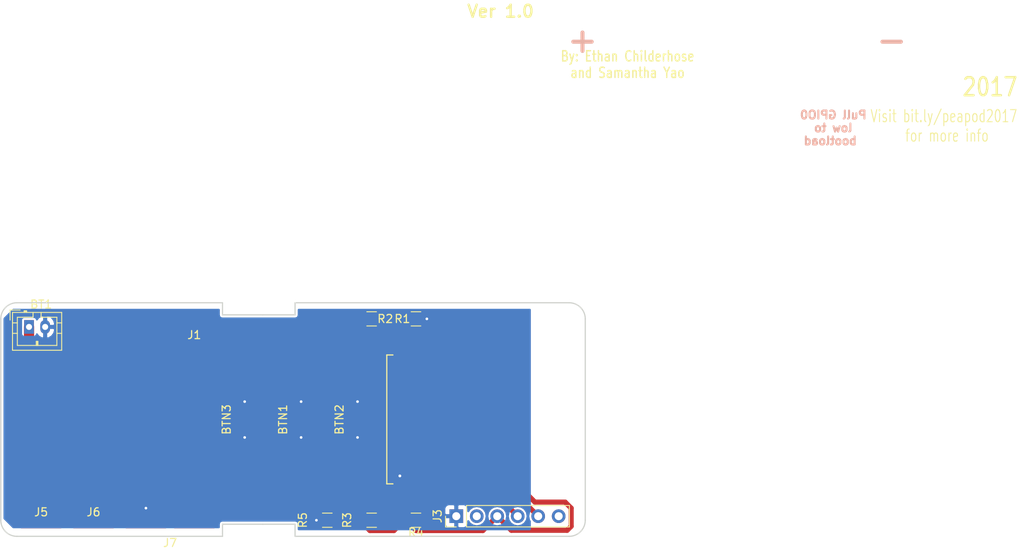
<source format=kicad_pcb>
(kicad_pcb (version 4) (host pcbnew 4.0.5+dfsg1-4)

  (general
    (links 34)
    (no_connects 1)
    (area 96.424999 71.924999 169.075001 101.075001)
    (thickness 1.6002)
    (drawings 27)
    (tracks 98)
    (zones 0)
    (modules 16)
    (nets 16)
  )

  (page A4)
  (layers
    (0 F.Cu signal)
    (31 B.Cu signal)
    (32 B.Adhes user)
    (33 F.Adhes user)
    (34 B.Paste user)
    (35 F.Paste user)
    (36 B.SilkS user hide)
    (37 F.SilkS user)
    (38 B.Mask user)
    (39 F.Mask user)
    (40 Dwgs.User user)
    (41 Cmts.User user)
    (42 Eco1.User user)
    (43 Eco2.User user)
    (44 Edge.Cuts user)
    (45 Margin user)
    (46 B.CrtYd user)
    (47 F.CrtYd user)
    (48 B.Fab user)
    (49 F.Fab user)
  )

  (setup
    (last_trace_width 0.635)
    (user_trace_width 0.381)
    (user_trace_width 0.4)
    (user_trace_width 0.635)
    (user_trace_width 1.27)
    (trace_clearance 0.1524)
    (zone_clearance 0.254)
    (zone_45_only yes)
    (trace_min 0.1524)
    (segment_width 0.2)
    (edge_width 0.15)
    (via_size 0.6858)
    (via_drill 0.3302)
    (via_min_size 0.6858)
    (via_min_drill 0.3302)
    (user_via 0.6858 0.381)
    (user_via 1.143 0.635)
    (user_via 2.286 1.27)
    (uvia_size 0.762)
    (uvia_drill 0.508)
    (uvias_allowed no)
    (uvia_min_size 0)
    (uvia_min_drill 0)
    (pcb_text_width 0.3)
    (pcb_text_size 1.5 1.5)
    (mod_edge_width 0.15)
    (mod_text_size 1 1)
    (mod_text_width 0.15)
    (pad_size 2.54 2.54)
    (pad_drill 1.8288)
    (pad_to_mask_clearance 0.2)
    (aux_axis_origin 0 0)
    (visible_elements 7FFEFFFF)
    (pcbplotparams
      (layerselection 0x010f8_80000001)
      (usegerberextensions true)
      (excludeedgelayer true)
      (linewidth 0.100000)
      (plotframeref false)
      (viasonmask false)
      (mode 1)
      (useauxorigin false)
      (hpglpennumber 1)
      (hpglpenspeed 20)
      (hpglpendiameter 15)
      (hpglpenoverlay 2)
      (psnegative false)
      (psa4output false)
      (plotreference true)
      (plotvalue true)
      (plotinvisibletext false)
      (padsonsilk false)
      (subtractmaskfromsilk false)
      (outputformat 1)
      (mirror false)
      (drillshape 0)
      (scaleselection 1)
      (outputdirectory gerbers/))
  )

  (net 0 "")
  (net 1 +3V3)
  (net 2 GND)
  (net 3 "Net-(BTN1-Pad2)")
  (net 4 "Net-(BTN2-Pad2)")
  (net 5 "Net-(BTN3-Pad2)")
  (net 6 "Net-(J1-Pad1)")
  (net 7 "Net-(J2-Pad1)")
  (net 8 "Net-(J3-Pad4)")
  (net 9 "Net-(J3-Pad5)")
  (net 10 "Net-(J5-Pad1)")
  (net 11 "Net-(J6-Pad1)")
  (net 12 "Net-(J7-Pad1)")
  (net 13 "Net-(R1-Pad1)")
  (net 14 "Net-(R3-Pad2)")
  (net 15 "Net-(R5-Pad1)")

  (net_class Default "This is the default net class."
    (clearance 0.1524)
    (trace_width 0.1524)
    (via_dia 0.6858)
    (via_drill 0.3302)
    (uvia_dia 0.762)
    (uvia_drill 0.508)
    (add_net +3V3)
    (add_net GND)
    (add_net "Net-(BTN1-Pad2)")
    (add_net "Net-(BTN2-Pad2)")
    (add_net "Net-(BTN3-Pad2)")
    (add_net "Net-(J1-Pad1)")
    (add_net "Net-(J2-Pad1)")
    (add_net "Net-(J3-Pad4)")
    (add_net "Net-(J3-Pad5)")
    (add_net "Net-(J5-Pad1)")
    (add_net "Net-(J6-Pad1)")
    (add_net "Net-(J7-Pad1)")
    (add_net "Net-(R1-Pad1)")
    (add_net "Net-(R3-Pad2)")
    (add_net "Net-(R5-Pad1)")
  )

  (module 18650_outline (layer F.Cu) (tedit 59B9DA55) (tstamp 59C23BE0)
    (at 128 86.5 90)
    (fp_text reference REF** (at 0 -16 90) (layer F.SilkS) hide
      (effects (font (size 1 1) (thickness 0.15)))
    )
    (fp_text value 18650_outline (at 0 4 90) (layer F.Fab)
      (effects (font (size 1 1) (thickness 0.15)))
    )
    (fp_line (start -9 34.4) (end 9.15 34.4) (layer F.CrtYd) (width 0.15))
    (fp_line (start 9.15 34.4) (end 9.15 -30.7) (layer F.CrtYd) (width 0.15))
    (fp_line (start 9.15 -30.7) (end -9 -30.7) (layer F.CrtYd) (width 0.15))
    (fp_line (start -9 -30.7) (end -9 34.4) (layer F.CrtYd) (width 0.15))
    (fp_line (start -9 34.4) (end -9.05 34.4) (layer F.CrtYd) (width 0.15))
  )

  (module mod:ESP-12E_SMD (layer F.Cu) (tedit 59A970BF) (tstamp 5994A1E3)
    (at 160 79.5 270)
    (descr "Module, ESP-8266, ESP-12, 16 pad, SMD")
    (tags "Module ESP-8266 ESP8266")
    (path /59932095)
    (fp_text reference U1 (at 8.89 6.35 360) (layer F.SilkS) hide
      (effects (font (size 1 1) (thickness 0.15)))
    )
    (fp_text value ESP8266 (at 5.08 6.35 360) (layer F.Fab) hide
      (effects (font (size 1 1) (thickness 0.15)))
    )
    (fp_line (start -2.25 -0.5) (end -2.25 -8.75) (layer F.CrtYd) (width 0.05))
    (fp_line (start -2.25 -8.75) (end 15.25 -8.75) (layer F.CrtYd) (width 0.05))
    (fp_line (start 15.25 -8.75) (end 16.25 -8.75) (layer F.CrtYd) (width 0.05))
    (fp_line (start 16.25 -8.75) (end 16.25 16) (layer F.CrtYd) (width 0.05))
    (fp_line (start 16.25 16) (end -2.25 16) (layer F.CrtYd) (width 0.05))
    (fp_line (start -2.25 16) (end -2.25 -0.5) (layer F.CrtYd) (width 0.05))
    (fp_line (start -1.016 -8.382) (end 14.986 -8.382) (layer F.CrtYd) (width 0.1524))
    (fp_line (start 14.986 -8.382) (end 14.986 -0.889) (layer F.CrtYd) (width 0.1524))
    (fp_line (start -1.016 -8.382) (end -1.016 -1.016) (layer F.CrtYd) (width 0.1524))
    (fp_line (start -1.016 14.859) (end -1.016 15.621) (layer F.SilkS) (width 0.1524))
    (fp_line (start -1.016 15.621) (end 14.986 15.621) (layer F.SilkS) (width 0.1524))
    (fp_line (start 14.986 15.621) (end 14.986 14.859) (layer F.SilkS) (width 0.1524))
    (fp_line (start 14.992 -8.4) (end -1.008 -2.6) (layer F.CrtYd) (width 0.1524))
    (fp_line (start -1.008 -8.4) (end 14.992 -2.6) (layer F.CrtYd) (width 0.1524))
    (fp_text user "No Copper" (at 6.892 -5.4 270) (layer F.CrtYd)
      (effects (font (size 1 1) (thickness 0.15)))
    )
    (fp_line (start -1.008 -2.6) (end 14.992 -2.6) (layer F.CrtYd) (width 0.1524))
    (fp_line (start 15 -8.4) (end 15 15.6) (layer F.Fab) (width 0.05))
    (fp_line (start 14.992 15.6) (end -1.008 15.6) (layer F.Fab) (width 0.05))
    (fp_line (start -1.008 15.6) (end -1.008 -8.4) (layer F.Fab) (width 0.05))
    (fp_line (start -1.008 -8.4) (end 14.992 -8.4) (layer F.Fab) (width 0.05))
    (pad 1 smd rect (at 0 0 270) (size 2.5 1.1) (drill (offset -0.7 0)) (layers F.Cu F.Paste F.Mask)
      (net 7 "Net-(J2-Pad1)"))
    (pad 2 smd rect (at 0 2 270) (size 2.5 1.1) (drill (offset -0.7 0)) (layers F.Cu F.Paste F.Mask)
      (net 13 "Net-(R1-Pad1)"))
    (pad 3 smd rect (at 0 4 270) (size 2.5 1.1) (drill (offset -0.7 0)) (layers F.Cu F.Paste F.Mask)
      (net 1 +3V3))
    (pad 4 smd rect (at 0 6 270) (size 2.5 1.1) (drill (offset -0.7 0)) (layers F.Cu F.Paste F.Mask)
      (net 7 "Net-(J2-Pad1)"))
    (pad 5 smd rect (at 0 8 270) (size 2.5 1.1) (drill (offset -0.7 0)) (layers F.Cu F.Paste F.Mask)
      (net 4 "Net-(BTN2-Pad2)"))
    (pad 6 smd rect (at 0 10 270) (size 2.5 1.1) (drill (offset -0.7 0)) (layers F.Cu F.Paste F.Mask)
      (net 3 "Net-(BTN1-Pad2)"))
    (pad 7 smd rect (at 0 12 270) (size 2.5 1.1) (drill (offset -0.7 0)) (layers F.Cu F.Paste F.Mask)
      (net 5 "Net-(BTN3-Pad2)"))
    (pad 8 smd rect (at 0 14 270) (size 2.5 1.1) (drill (offset -0.7 0)) (layers F.Cu F.Paste F.Mask)
      (net 1 +3V3))
    (pad 9 smd rect (at 14 14 270) (size 2.5 1.1) (drill (offset 0.7 0)) (layers F.Cu F.Paste F.Mask)
      (net 2 GND))
    (pad 10 smd rect (at 14 12 270) (size 2.5 1.1) (drill (offset 0.7 0)) (layers F.Cu F.Paste F.Mask)
      (net 15 "Net-(R5-Pad1)"))
    (pad 11 smd rect (at 14 10 270) (size 2.5 1.1) (drill (offset 0.7 0)) (layers F.Cu F.Paste F.Mask)
      (net 14 "Net-(R3-Pad2)"))
    (pad 12 smd rect (at 14 8 270) (size 2.5 1.1) (drill (offset 0.7 0)) (layers F.Cu F.Paste F.Mask)
      (net 12 "Net-(J7-Pad1)"))
    (pad 13 smd rect (at 14 6 270) (size 2.5 1.1) (drill (offset 0.7 0)) (layers F.Cu F.Paste F.Mask)
      (net 11 "Net-(J6-Pad1)"))
    (pad 14 smd rect (at 14 4 270) (size 2.5 1.1) (drill (offset 0.7 0)) (layers F.Cu F.Paste F.Mask)
      (net 10 "Net-(J5-Pad1)"))
    (pad 15 smd rect (at 14 2 270) (size 2.5 1.1) (drill (offset 0.7 0)) (layers F.Cu F.Paste F.Mask)
      (net 8 "Net-(J3-Pad4)"))
    (pad 16 smd rect (at 14 0 270) (size 2.5 1.1) (drill (offset 0.7 0)) (layers F.Cu F.Paste F.Mask)
      (net 9 "Net-(J3-Pad5)"))
    (model ${ESPLIB}/ESP8266.3dshapes/ESP-12.wrl
      (at (xyz 0 0 0))
      (scale (xyz 0.3937 0.3937 0.3937))
      (rotate (xyz 0 0 0))
    )
  )

  (module Resistors_SMD:R_0805_HandSoldering (layer F.Cu) (tedit 59A96FDD) (tstamp 5994A171)
    (at 142.5 74 180)
    (descr "Resistor SMD 0805, hand soldering")
    (tags "resistor 0805")
    (path /59934609)
    (attr smd)
    (fp_text reference R1 (at -3.81 0 180) (layer F.SilkS)
      (effects (font (size 1 1) (thickness 0.15)))
    )
    (fp_text value 25k (at 0 -1.778 180) (layer F.Fab)
      (effects (font (size 1 1) (thickness 0.15)))
    )
    (fp_text user %R (at -3.81 0 180) (layer F.Fab)
      (effects (font (size 1 1) (thickness 0.15)))
    )
    (fp_line (start -1 0.62) (end -1 -0.62) (layer F.Fab) (width 0.1))
    (fp_line (start 1 0.62) (end -1 0.62) (layer F.Fab) (width 0.1))
    (fp_line (start 1 -0.62) (end 1 0.62) (layer F.Fab) (width 0.1))
    (fp_line (start -1 -0.62) (end 1 -0.62) (layer F.Fab) (width 0.1))
    (fp_line (start 0.6 0.88) (end -0.6 0.88) (layer F.SilkS) (width 0.12))
    (fp_line (start -0.6 -0.88) (end 0.6 -0.88) (layer F.SilkS) (width 0.12))
    (fp_line (start -2.35 -0.9) (end 2.35 -0.9) (layer F.CrtYd) (width 0.05))
    (fp_line (start -2.35 -0.9) (end -2.35 0.9) (layer F.CrtYd) (width 0.05))
    (fp_line (start 2.35 0.9) (end 2.35 -0.9) (layer F.CrtYd) (width 0.05))
    (fp_line (start 2.35 0.9) (end -2.35 0.9) (layer F.CrtYd) (width 0.05))
    (pad 1 smd rect (at -1.35 0 180) (size 1.5 1.3) (layers F.Cu F.Paste F.Mask)
      (net 13 "Net-(R1-Pad1)"))
    (pad 2 smd rect (at 1.35 0 180) (size 1.5 1.3) (layers F.Cu F.Paste F.Mask)
      (net 6 "Net-(J1-Pad1)"))
    (model Resistors_SMD.3dshapes/R_0805.wrl
      (at (xyz 0 0 0))
      (scale (xyz 1 1 1))
      (rotate (xyz 0 0 0))
    )
  )

  (module Resistors_SMD:R_0805_HandSoldering (layer F.Cu) (tedit 59A96FD3) (tstamp 5994A182)
    (at 148 74)
    (descr "Resistor SMD 0805, hand soldering")
    (tags "resistor 0805")
    (path /59934849)
    (attr smd)
    (fp_text reference R2 (at -3.81 0) (layer F.SilkS)
      (effects (font (size 1 1) (thickness 0.15)))
    )
    (fp_text value 10k (at 0 -1.778) (layer F.Fab)
      (effects (font (size 1 1) (thickness 0.15)))
    )
    (fp_text user %R (at -3.81 0) (layer F.Fab)
      (effects (font (size 1 1) (thickness 0.15)))
    )
    (fp_line (start -1 0.62) (end -1 -0.62) (layer F.Fab) (width 0.1))
    (fp_line (start 1 0.62) (end -1 0.62) (layer F.Fab) (width 0.1))
    (fp_line (start 1 -0.62) (end 1 0.62) (layer F.Fab) (width 0.1))
    (fp_line (start -1 -0.62) (end 1 -0.62) (layer F.Fab) (width 0.1))
    (fp_line (start 0.6 0.88) (end -0.6 0.88) (layer F.SilkS) (width 0.12))
    (fp_line (start -0.6 -0.88) (end 0.6 -0.88) (layer F.SilkS) (width 0.12))
    (fp_line (start -2.35 -0.9) (end 2.35 -0.9) (layer F.CrtYd) (width 0.05))
    (fp_line (start -2.35 -0.9) (end -2.35 0.9) (layer F.CrtYd) (width 0.05))
    (fp_line (start 2.35 0.9) (end 2.35 -0.9) (layer F.CrtYd) (width 0.05))
    (fp_line (start 2.35 0.9) (end -2.35 0.9) (layer F.CrtYd) (width 0.05))
    (pad 1 smd rect (at -1.35 0) (size 1.5 1.3) (layers F.Cu F.Paste F.Mask)
      (net 13 "Net-(R1-Pad1)"))
    (pad 2 smd rect (at 1.35 0) (size 1.5 1.3) (layers F.Cu F.Paste F.Mask)
      (net 2 GND))
    (model Resistors_SMD.3dshapes/R_0805.wrl
      (at (xyz 0 0 0))
      (scale (xyz 1 1 1))
      (rotate (xyz 0 0 0))
    )
  )

  (module Resistors_SMD:R_0805_HandSoldering (layer F.Cu) (tedit 5997316E) (tstamp 5994A193)
    (at 142.5 99)
    (descr "Resistor SMD 0805, hand soldering")
    (tags "resistor 0805")
    (path /59946DA6)
    (attr smd)
    (fp_text reference R3 (at -3.048 0 90) (layer F.SilkS)
      (effects (font (size 1 1) (thickness 0.15)))
    )
    (fp_text value 10k (at 0 1.75) (layer F.Fab)
      (effects (font (size 1 1) (thickness 0.15)))
    )
    (fp_text user %R (at -2.286 -4.064) (layer F.Fab)
      (effects (font (size 1 1) (thickness 0.15)))
    )
    (fp_line (start -1 0.62) (end -1 -0.62) (layer F.Fab) (width 0.1))
    (fp_line (start 1 0.62) (end -1 0.62) (layer F.Fab) (width 0.1))
    (fp_line (start 1 -0.62) (end 1 0.62) (layer F.Fab) (width 0.1))
    (fp_line (start -1 -0.62) (end 1 -0.62) (layer F.Fab) (width 0.1))
    (fp_line (start 0.6 0.88) (end -0.6 0.88) (layer F.SilkS) (width 0.12))
    (fp_line (start -0.6 -0.88) (end 0.6 -0.88) (layer F.SilkS) (width 0.12))
    (fp_line (start -2.35 -0.9) (end 2.35 -0.9) (layer F.CrtYd) (width 0.05))
    (fp_line (start -2.35 -0.9) (end -2.35 0.9) (layer F.CrtYd) (width 0.05))
    (fp_line (start 2.35 0.9) (end 2.35 -0.9) (layer F.CrtYd) (width 0.05))
    (fp_line (start 2.35 0.9) (end -2.35 0.9) (layer F.CrtYd) (width 0.05))
    (pad 1 smd rect (at -1.35 0) (size 1.5 1.3) (layers F.Cu F.Paste F.Mask)
      (net 1 +3V3))
    (pad 2 smd rect (at 1.35 0) (size 1.5 1.3) (layers F.Cu F.Paste F.Mask)
      (net 14 "Net-(R3-Pad2)"))
    (model Resistors_SMD.3dshapes/R_0805.wrl
      (at (xyz 0 0 0))
      (scale (xyz 1 1 1))
      (rotate (xyz 0 0 0))
    )
  )

  (module Resistors_SMD:R_0805_HandSoldering (layer F.Cu) (tedit 59973163) (tstamp 5994A1A4)
    (at 148 99 180)
    (descr "Resistor SMD 0805, hand soldering")
    (tags "resistor 0805")
    (path /59935339)
    (attr smd)
    (fp_text reference R4 (at 0 -1.524 180) (layer F.SilkS)
      (effects (font (size 1 1) (thickness 0.15)))
    )
    (fp_text value 10k (at 0 1.75 180) (layer F.Fab)
      (effects (font (size 1 1) (thickness 0.15)))
    )
    (fp_text user %R (at 0 -1.7 180) (layer F.Fab)
      (effects (font (size 1 1) (thickness 0.15)))
    )
    (fp_line (start -1 0.62) (end -1 -0.62) (layer F.Fab) (width 0.1))
    (fp_line (start 1 0.62) (end -1 0.62) (layer F.Fab) (width 0.1))
    (fp_line (start 1 -0.62) (end 1 0.62) (layer F.Fab) (width 0.1))
    (fp_line (start -1 -0.62) (end 1 -0.62) (layer F.Fab) (width 0.1))
    (fp_line (start 0.6 0.88) (end -0.6 0.88) (layer F.SilkS) (width 0.12))
    (fp_line (start -0.6 -0.88) (end 0.6 -0.88) (layer F.SilkS) (width 0.12))
    (fp_line (start -2.35 -0.9) (end 2.35 -0.9) (layer F.CrtYd) (width 0.05))
    (fp_line (start -2.35 -0.9) (end -2.35 0.9) (layer F.CrtYd) (width 0.05))
    (fp_line (start 2.35 0.9) (end 2.35 -0.9) (layer F.CrtYd) (width 0.05))
    (fp_line (start 2.35 0.9) (end -2.35 0.9) (layer F.CrtYd) (width 0.05))
    (pad 1 smd rect (at -1.35 0 180) (size 1.5 1.3) (layers F.Cu F.Paste F.Mask)
      (net 12 "Net-(J7-Pad1)"))
    (pad 2 smd rect (at 1.35 0 180) (size 1.5 1.3) (layers F.Cu F.Paste F.Mask)
      (net 1 +3V3))
    (model Resistors_SMD.3dshapes/R_0805.wrl
      (at (xyz 0 0 0))
      (scale (xyz 1 1 1))
      (rotate (xyz 0 0 0))
    )
  )

  (module Resistors_SMD:R_0805_HandSoldering (layer F.Cu) (tedit 59973168) (tstamp 5994A1B5)
    (at 137 99 180)
    (descr "Resistor SMD 0805, hand soldering")
    (tags "resistor 0805")
    (path /59946FC4)
    (attr smd)
    (fp_text reference R5 (at 3.048 0 270) (layer F.SilkS)
      (effects (font (size 1 1) (thickness 0.15)))
    )
    (fp_text value 10k (at 0 1.75 180) (layer F.Fab)
      (effects (font (size 1 1) (thickness 0.15)))
    )
    (fp_text user %R (at 2.286 -1.524 180) (layer F.Fab)
      (effects (font (size 1 1) (thickness 0.15)))
    )
    (fp_line (start -1 0.62) (end -1 -0.62) (layer F.Fab) (width 0.1))
    (fp_line (start 1 0.62) (end -1 0.62) (layer F.Fab) (width 0.1))
    (fp_line (start 1 -0.62) (end 1 0.62) (layer F.Fab) (width 0.1))
    (fp_line (start -1 -0.62) (end 1 -0.62) (layer F.Fab) (width 0.1))
    (fp_line (start 0.6 0.88) (end -0.6 0.88) (layer F.SilkS) (width 0.12))
    (fp_line (start -0.6 -0.88) (end 0.6 -0.88) (layer F.SilkS) (width 0.12))
    (fp_line (start -2.35 -0.9) (end 2.35 -0.9) (layer F.CrtYd) (width 0.05))
    (fp_line (start -2.35 -0.9) (end -2.35 0.9) (layer F.CrtYd) (width 0.05))
    (fp_line (start 2.35 0.9) (end 2.35 -0.9) (layer F.CrtYd) (width 0.05))
    (fp_line (start 2.35 0.9) (end -2.35 0.9) (layer F.CrtYd) (width 0.05))
    (pad 1 smd rect (at -1.35 0 180) (size 1.5 1.3) (layers F.Cu F.Paste F.Mask)
      (net 15 "Net-(R5-Pad1)"))
    (pad 2 smd rect (at 1.35 0 180) (size 1.5 1.3) (layers F.Cu F.Paste F.Mask)
      (net 2 GND))
    (model Resistors_SMD.3dshapes/R_0805.wrl
      (at (xyz 0 0 0))
      (scale (xyz 1 1 1))
      (rotate (xyz 0 0 0))
    )
  )

  (module Connectors_JST:JST_PH_B2B-PH-K_02x2.00mm_Straight (layer F.Cu) (tedit 58D3FE4F) (tstamp 59C23B2A)
    (at 100 75)
    (descr "JST PH series connector, B2B-PH-K, top entry type, through hole, Datasheet: http://www.jst-mfg.com/product/pdf/eng/ePH.pdf")
    (tags "connector jst ph")
    (path /599321E0)
    (fp_text reference BT1 (at 1.5 -2.8) (layer F.SilkS)
      (effects (font (size 1 1) (thickness 0.15)))
    )
    (fp_text value Battery_Cell (at 1 3.8) (layer F.Fab)
      (effects (font (size 1 1) (thickness 0.15)))
    )
    (fp_line (start -2.05 -1.8) (end -2.05 2.9) (layer F.SilkS) (width 0.12))
    (fp_line (start -2.05 2.9) (end 4.05 2.9) (layer F.SilkS) (width 0.12))
    (fp_line (start 4.05 2.9) (end 4.05 -1.8) (layer F.SilkS) (width 0.12))
    (fp_line (start 4.05 -1.8) (end -2.05 -1.8) (layer F.SilkS) (width 0.12))
    (fp_line (start 0.5 -1.8) (end 0.5 -1.2) (layer F.SilkS) (width 0.12))
    (fp_line (start 0.5 -1.2) (end -1.45 -1.2) (layer F.SilkS) (width 0.12))
    (fp_line (start -1.45 -1.2) (end -1.45 2.3) (layer F.SilkS) (width 0.12))
    (fp_line (start -1.45 2.3) (end 3.45 2.3) (layer F.SilkS) (width 0.12))
    (fp_line (start 3.45 2.3) (end 3.45 -1.2) (layer F.SilkS) (width 0.12))
    (fp_line (start 3.45 -1.2) (end 1.5 -1.2) (layer F.SilkS) (width 0.12))
    (fp_line (start 1.5 -1.2) (end 1.5 -1.8) (layer F.SilkS) (width 0.12))
    (fp_line (start -2.05 -0.5) (end -1.45 -0.5) (layer F.SilkS) (width 0.12))
    (fp_line (start -2.05 0.8) (end -1.45 0.8) (layer F.SilkS) (width 0.12))
    (fp_line (start 4.05 -0.5) (end 3.45 -0.5) (layer F.SilkS) (width 0.12))
    (fp_line (start 4.05 0.8) (end 3.45 0.8) (layer F.SilkS) (width 0.12))
    (fp_line (start -0.3 -1.8) (end -0.3 -2) (layer F.SilkS) (width 0.12))
    (fp_line (start -0.3 -2) (end -0.6 -2) (layer F.SilkS) (width 0.12))
    (fp_line (start -0.6 -2) (end -0.6 -1.8) (layer F.SilkS) (width 0.12))
    (fp_line (start -0.3 -1.9) (end -0.6 -1.9) (layer F.SilkS) (width 0.12))
    (fp_line (start 0.9 2.3) (end 0.9 1.8) (layer F.SilkS) (width 0.12))
    (fp_line (start 0.9 1.8) (end 1.1 1.8) (layer F.SilkS) (width 0.12))
    (fp_line (start 1.1 1.8) (end 1.1 2.3) (layer F.SilkS) (width 0.12))
    (fp_line (start 1 2.3) (end 1 1.8) (layer F.SilkS) (width 0.12))
    (fp_line (start -1.1 -2.1) (end -2.35 -2.1) (layer F.SilkS) (width 0.12))
    (fp_line (start -2.35 -2.1) (end -2.35 -0.85) (layer F.SilkS) (width 0.12))
    (fp_line (start -1.1 -2.1) (end -2.35 -2.1) (layer F.Fab) (width 0.1))
    (fp_line (start -2.35 -2.1) (end -2.35 -0.85) (layer F.Fab) (width 0.1))
    (fp_line (start -1.95 -1.7) (end -1.95 2.8) (layer F.Fab) (width 0.1))
    (fp_line (start -1.95 2.8) (end 3.95 2.8) (layer F.Fab) (width 0.1))
    (fp_line (start 3.95 2.8) (end 3.95 -1.7) (layer F.Fab) (width 0.1))
    (fp_line (start 3.95 -1.7) (end -1.95 -1.7) (layer F.Fab) (width 0.1))
    (fp_line (start -2.45 -2.2) (end -2.45 3.3) (layer F.CrtYd) (width 0.05))
    (fp_line (start -2.45 3.3) (end 4.45 3.3) (layer F.CrtYd) (width 0.05))
    (fp_line (start 4.45 3.3) (end 4.45 -2.2) (layer F.CrtYd) (width 0.05))
    (fp_line (start 4.45 -2.2) (end -2.45 -2.2) (layer F.CrtYd) (width 0.05))
    (fp_text user %R (at 1 1.5) (layer F.Fab)
      (effects (font (size 1 1) (thickness 0.15)))
    )
    (pad 1 thru_hole rect (at 0 0) (size 1.2 1.7) (drill 0.75) (layers *.Cu *.Mask)
      (net 1 +3V3))
    (pad 2 thru_hole oval (at 2 0) (size 1.2 1.7) (drill 0.75) (layers *.Cu *.Mask)
      (net 2 GND))
    (model ${KISYS3DMOD}/Connectors_JST.3dshapes/JST_PH_B2B-PH-K_02x2.00mm_Straight.wrl
      (at (xyz 0 0 0))
      (scale (xyz 1 1 1))
      (rotate (xyz 0 0 0))
    )
  )

  (module mod:Pushbutton (layer F.Cu) (tedit 59947F40) (tstamp 59C23B36)
    (at 132 86.5 270)
    (path /5994A192)
    (fp_text reference BTN1 (at 0 0.5 270) (layer F.SilkS)
      (effects (font (size 1 1) (thickness 0.15)))
    )
    (fp_text value Pushbutton (at 0 -0.5 270) (layer F.Fab)
      (effects (font (size 1 1) (thickness 0.15)))
    )
    (pad 1 smd rect (at -2.225 -1.75 270) (size 1.5 1.5) (layers F.Cu F.Paste F.Mask)
      (net 2 GND))
    (pad 1 smd rect (at 2.225 -1.75 270) (size 1.5 1.5) (layers F.Cu F.Paste F.Mask)
      (net 2 GND))
    (pad 2 smd rect (at -2.225 1.75 270) (size 1.5 1.5) (layers F.Cu F.Paste F.Mask)
      (net 3 "Net-(BTN1-Pad2)"))
    (pad 2 smd rect (at 2.225 1.75 270) (size 1.5 1.5) (layers F.Cu F.Paste F.Mask)
      (net 3 "Net-(BTN1-Pad2)"))
  )

  (module mod:Pushbutton (layer F.Cu) (tedit 59947F40) (tstamp 59C23B3E)
    (at 139 86.5 270)
    (path /5994A123)
    (fp_text reference BTN2 (at 0 0.5 270) (layer F.SilkS)
      (effects (font (size 1 1) (thickness 0.15)))
    )
    (fp_text value Pushbutton (at 0 -0.5 270) (layer F.Fab)
      (effects (font (size 1 1) (thickness 0.15)))
    )
    (pad 1 smd rect (at -2.225 -1.75 270) (size 1.5 1.5) (layers F.Cu F.Paste F.Mask)
      (net 2 GND))
    (pad 1 smd rect (at 2.225 -1.75 270) (size 1.5 1.5) (layers F.Cu F.Paste F.Mask)
      (net 2 GND))
    (pad 2 smd rect (at -2.225 1.75 270) (size 1.5 1.5) (layers F.Cu F.Paste F.Mask)
      (net 4 "Net-(BTN2-Pad2)"))
    (pad 2 smd rect (at 2.225 1.75 270) (size 1.5 1.5) (layers F.Cu F.Paste F.Mask)
      (net 4 "Net-(BTN2-Pad2)"))
  )

  (module mod:Pushbutton (layer F.Cu) (tedit 59947F40) (tstamp 59C23B46)
    (at 125 86.5 270)
    (path /5994A1EB)
    (fp_text reference BTN3 (at 0 0.5 270) (layer F.SilkS)
      (effects (font (size 1 1) (thickness 0.15)))
    )
    (fp_text value Pushbutton (at 0 -0.5 270) (layer F.Fab)
      (effects (font (size 1 1) (thickness 0.15)))
    )
    (pad 1 smd rect (at -2.225 -1.75 270) (size 1.5 1.5) (layers F.Cu F.Paste F.Mask)
      (net 2 GND))
    (pad 1 smd rect (at 2.225 -1.75 270) (size 1.5 1.5) (layers F.Cu F.Paste F.Mask)
      (net 2 GND))
    (pad 2 smd rect (at -2.225 1.75 270) (size 1.5 1.5) (layers F.Cu F.Paste F.Mask)
      (net 5 "Net-(BTN3-Pad2)"))
    (pad 2 smd rect (at 2.225 1.75 270) (size 1.5 1.5) (layers F.Cu F.Paste F.Mask)
      (net 5 "Net-(BTN3-Pad2)"))
  )

  (module "mod:Alligator Pad" (layer F.Cu) (tedit 59934229) (tstamp 59C23B4B)
    (at 120.5 75.5)
    (path /59933CDE)
    (fp_text reference J1 (at 0 0.5) (layer F.SilkS)
      (effects (font (size 1 1) (thickness 0.15)))
    )
    (fp_text value CONN_01X01 (at 0 -0.5) (layer F.Fab)
      (effects (font (size 1 1) (thickness 0.15)))
    )
    (pad 1 smd rect (at 0 0) (size 5 5) (layers F.Cu F.Paste F.Mask)
      (net 6 "Net-(J1-Pad1)"))
  )

  (module Pin_Headers:Pin_Header_Straight_1x06_Pitch2.54mm (layer F.Cu) (tedit 59650532) (tstamp 59C23B5B)
    (at 153 98.5 90)
    (descr "Through hole straight pin header, 1x06, 2.54mm pitch, single row")
    (tags "Through hole pin header THT 1x06 2.54mm single row")
    (path /59947FD8)
    (fp_text reference J3 (at 0 -2.33 90) (layer F.SilkS)
      (effects (font (size 1 1) (thickness 0.15)))
    )
    (fp_text value CONN_01X06 (at 0 15.03 90) (layer F.Fab)
      (effects (font (size 1 1) (thickness 0.15)))
    )
    (fp_line (start -0.635 -1.27) (end 1.27 -1.27) (layer F.Fab) (width 0.1))
    (fp_line (start 1.27 -1.27) (end 1.27 13.97) (layer F.Fab) (width 0.1))
    (fp_line (start 1.27 13.97) (end -1.27 13.97) (layer F.Fab) (width 0.1))
    (fp_line (start -1.27 13.97) (end -1.27 -0.635) (layer F.Fab) (width 0.1))
    (fp_line (start -1.27 -0.635) (end -0.635 -1.27) (layer F.Fab) (width 0.1))
    (fp_line (start -1.33 14.03) (end 1.33 14.03) (layer F.SilkS) (width 0.12))
    (fp_line (start -1.33 1.27) (end -1.33 14.03) (layer F.SilkS) (width 0.12))
    (fp_line (start 1.33 1.27) (end 1.33 14.03) (layer F.SilkS) (width 0.12))
    (fp_line (start -1.33 1.27) (end 1.33 1.27) (layer F.SilkS) (width 0.12))
    (fp_line (start -1.33 0) (end -1.33 -1.33) (layer F.SilkS) (width 0.12))
    (fp_line (start -1.33 -1.33) (end 0 -1.33) (layer F.SilkS) (width 0.12))
    (fp_line (start -1.8 -1.8) (end -1.8 14.5) (layer F.CrtYd) (width 0.05))
    (fp_line (start -1.8 14.5) (end 1.8 14.5) (layer F.CrtYd) (width 0.05))
    (fp_line (start 1.8 14.5) (end 1.8 -1.8) (layer F.CrtYd) (width 0.05))
    (fp_line (start 1.8 -1.8) (end -1.8 -1.8) (layer F.CrtYd) (width 0.05))
    (fp_text user %R (at 0 6.35 180) (layer F.Fab)
      (effects (font (size 1 1) (thickness 0.15)))
    )
    (pad 1 thru_hole rect (at 0 0 90) (size 1.7 1.7) (drill 1) (layers *.Cu *.Mask)
      (net 2 GND))
    (pad 2 thru_hole oval (at 0 2.54 90) (size 1.7 1.7) (drill 1) (layers *.Cu *.Mask))
    (pad 3 thru_hole oval (at 0 5.08 90) (size 1.7 1.7) (drill 1) (layers *.Cu *.Mask)
      (net 1 +3V3))
    (pad 4 thru_hole oval (at 0 7.62 90) (size 1.7 1.7) (drill 1) (layers *.Cu *.Mask)
      (net 8 "Net-(J3-Pad4)"))
    (pad 5 thru_hole oval (at 0 10.16 90) (size 1.7 1.7) (drill 1) (layers *.Cu *.Mask)
      (net 9 "Net-(J3-Pad5)"))
    (pad 6 thru_hole oval (at 0 12.7 90) (size 1.7 1.7) (drill 1) (layers *.Cu *.Mask))
    (model ${KISYS3DMOD}/Pin_Headers.3dshapes/Pin_Header_Straight_1x06_Pitch2.54mm.wrl
      (at (xyz 0 0 0))
      (scale (xyz 1 1 1))
      (rotate (xyz 0 0 0))
    )
  )

  (module "mod:Alligator Pad" (layer F.Cu) (tedit 59934229) (tstamp 59C23B65)
    (at 101.5 97.5)
    (path /59933C1C)
    (fp_text reference J5 (at 0 0.5) (layer F.SilkS)
      (effects (font (size 1 1) (thickness 0.15)))
    )
    (fp_text value CONN_01X01 (at 0 -0.5) (layer F.Fab)
      (effects (font (size 1 1) (thickness 0.15)))
    )
    (pad 1 smd rect (at 0 0) (size 5 5) (layers F.Cu F.Paste F.Mask)
      (net 10 "Net-(J5-Pad1)"))
  )

  (module "mod:Alligator Pad" (layer F.Cu) (tedit 59934229) (tstamp 59C23B6A)
    (at 108 97.5)
    (path /59933C73)
    (fp_text reference J6 (at 0 0.5) (layer F.SilkS)
      (effects (font (size 1 1) (thickness 0.15)))
    )
    (fp_text value CONN_01X01 (at 0 -0.5) (layer F.Fab)
      (effects (font (size 1 1) (thickness 0.15)))
    )
    (pad 1 smd rect (at 0 0) (size 5 5) (layers F.Cu F.Paste F.Mask)
      (net 11 "Net-(J6-Pad1)"))
  )

  (module "mod:Bridge Pad" (layer F.Cu) (tedit 5994A9B1) (tstamp 59C23B70)
    (at 117.5 97.5)
    (path /5993514F)
    (fp_text reference J7 (at 0 4.31) (layer F.SilkS)
      (effects (font (size 1 1) (thickness 0.15)))
    )
    (fp_text value CONN_01X02 (at 0 3.31) (layer F.Fab)
      (effects (font (size 1 1) (thickness 0.15)))
    )
    (pad 1 smd rect (at 3 0) (size 5 5) (layers F.Cu F.Paste F.Mask)
      (net 12 "Net-(J7-Pad1)"))
    (pad 2 smd rect (at -3 0) (size 5 5) (layers F.Cu F.Paste F.Mask)
      (net 2 GND))
  )

  (gr_arc (start 98.5 99) (end 98.5 101) (angle 90) (layer Edge.Cuts) (width 0.15))
  (gr_arc (start 98.5 74) (end 96.5 74) (angle 90) (layer Edge.Cuts) (width 0.15))
  (gr_arc (start 167 74) (end 167 72) (angle 90) (layer Edge.Cuts) (width 0.15))
  (gr_arc (start 167 99) (end 169 99) (angle 90) (layer Edge.Cuts) (width 0.15))
  (gr_line (start 133 73.5) (end 129 73.5) (angle 90) (layer Edge.Cuts) (width 0.15))
  (gr_line (start 133 99.5) (end 129 99.5) (angle 90) (layer Edge.Cuts) (width 0.15))
  (gr_line (start 133 101) (end 167 101) (angle 90) (layer Edge.Cuts) (width 0.15))
  (gr_line (start 96.5 74) (end 96.5 99) (angle 90) (layer Edge.Cuts) (width 0.15))
  (gr_line (start 124 72) (end 98.5 72) (angle 90) (layer Edge.Cuts) (width 0.15))
  (gr_line (start 124 73.5) (end 124 72) (angle 90) (layer Edge.Cuts) (width 0.15))
  (gr_line (start 129 73.5) (end 124 73.5) (angle 90) (layer Edge.Cuts) (width 0.15))
  (gr_line (start 133 72) (end 133 73.5) (angle 90) (layer Edge.Cuts) (width 0.15))
  (gr_line (start 167 72) (end 133 72) (angle 90) (layer Edge.Cuts) (width 0.15))
  (gr_line (start 169 99) (end 169 74) (angle 90) (layer Edge.Cuts) (width 0.15))
  (gr_line (start 133 99.5) (end 133 101) (angle 90) (layer Edge.Cuts) (width 0.15))
  (gr_line (start 124 99.5) (end 129 99.5) (angle 90) (layer Edge.Cuts) (width 0.15))
  (gr_line (start 124 101) (end 124 99.5) (angle 90) (layer Edge.Cuts) (width 0.15))
  (gr_line (start 98.5 101) (end 124 101) (angle 90) (layer Edge.Cuts) (width 0.15))
  (gr_text "Pull GPIO0 \nlow to \nbootload" (at 199.39 50.292) (layer B.SilkS)
    (effects (font (size 1 1) (thickness 0.25)) (justify mirror))
  )
  (gr_text 2017 (at 219.202 45.212) (layer F.SilkS)
    (effects (font (size 2.2352 1.778) (thickness 0.3)))
  )
  (gr_text "By: Ethan Childerhose\nand Samantha Yao" (at 174.244 42.418) (layer F.SilkS)
    (effects (font (size 1.27 0.9906) (thickness 0.1778)))
  )
  (gr_text "Ver 1.0" (at 158.496 35.814) (layer F.SilkS)
    (effects (font (size 1.5 1.5) (thickness 0.3)))
  )
  (gr_text "Visit bit.ly/peapod2017 \nfor more info" (at 213.868 50.038) (layer F.SilkS)
    (effects (font (size 1.5 1.016) (thickness 0.127)))
  )
  (gr_text "ANALOG 3.3v to 1v \nR2 = 10k\nR1 = 25k" (at 191.262 30.988) (layer B.SilkS)
    (effects (font (size 1.5 1.5) (thickness 0.3)) (justify mirror))
  )
  (gr_text + (at 168.656 39.37) (layer B.SilkS)
    (effects (font (size 3 3) (thickness 0.5)))
  )
  (gr_text - (at 207.01 39.37) (layer B.SilkS)
    (effects (font (size 3 3) (thickness 0.5)))
  )
  (gr_text GND (at 221.488 30.988) (layer B.SilkS)
    (effects (font (size 1 1) (thickness 0.25)) (justify mirror))
  )

  (segment (start 158.08 98.5) (end 156.295 100.285) (width 0.635) (layer F.Cu) (net 1))
  (segment (start 156.295 100.285) (end 148.035 100.285) (width 0.635) (layer F.Cu) (net 1))
  (segment (start 148.035 100.285) (end 146.75 99) (width 0.635) (layer F.Cu) (net 1))
  (segment (start 146.75 99) (end 146.65 99) (width 0.635) (layer F.Cu) (net 1))
  (segment (start 156 79.5) (end 161.019901 84.519901) (width 0.635) (layer F.Cu) (net 1))
  (segment (start 161.019901 84.519901) (end 161.019901 95.019901) (width 0.635) (layer F.Cu) (net 1))
  (segment (start 161.019901 95.019901) (end 162.75 96.75) (width 0.635) (layer F.Cu) (net 1))
  (segment (start 167.25 97.5) (end 167.25 99.75) (width 0.635) (layer F.Cu) (net 1))
  (segment (start 162.75 96.75) (end 166.5 96.75) (width 0.635) (layer F.Cu) (net 1))
  (segment (start 166.5 96.75) (end 167.25 97.5) (width 0.635) (layer F.Cu) (net 1))
  (segment (start 167.25 99.75) (end 166.75 100.25) (width 0.635) (layer F.Cu) (net 1))
  (segment (start 166.75 100.25) (end 159.83 100.25) (width 0.635) (layer F.Cu) (net 1))
  (segment (start 159.83 100.25) (end 158.08 98.5) (width 0.635) (layer F.Cu) (net 1))
  (segment (start 155.5 76.75) (end 156 77.25) (width 0.635) (layer F.Cu) (net 1))
  (segment (start 156 77.25) (end 156 79.5) (width 0.635) (layer F.Cu) (net 1))
  (segment (start 147.404178 76.75) (end 155.5 76.75) (width 0.635) (layer F.Cu) (net 1))
  (segment (start 146 78.154178) (end 147.404178 76.75) (width 0.635) (layer F.Cu) (net 1))
  (segment (start 146 79.5) (end 146 78.154178) (width 0.635) (layer F.Cu) (net 1))
  (segment (start 100 75) (end 100 77.12) (width 1.27) (layer F.Cu) (net 1))
  (segment (start 100 77.12) (end 102.38 79.5) (width 1.27) (layer F.Cu) (net 1))
  (segment (start 102.38 79.5) (end 146 79.5) (width 1.27) (layer F.Cu) (net 1))
  (segment (start 141.15 99.15) (end 142.285 100.285) (width 0.635) (layer F.Cu) (net 1))
  (segment (start 142.285 100.285) (end 145.265 100.285) (width 0.635) (layer F.Cu) (net 1))
  (segment (start 145.265 100.285) (end 146.55 99) (width 0.635) (layer F.Cu) (net 1))
  (segment (start 146.55 99) (end 146.65 99) (width 0.635) (layer F.Cu) (net 1))
  (segment (start 141.15 99) (end 141.15 99.15) (width 0.635) (layer F.Cu) (net 1))
  (via (at 149.35 74) (size 0.6858) (drill 0.3302) (layers F.Cu B.Cu) (net 2))
  (via (at 114.5 97.5) (size 0.6858) (drill 0.3302) (layers F.Cu B.Cu) (net 2))
  (via (at 126.75 84.275) (size 0.6858) (drill 0.3302) (layers F.Cu B.Cu) (net 2))
  (via (at 126.75 88.725) (size 0.6858) (drill 0.3302) (layers F.Cu B.Cu) (net 2))
  (via (at 133.75 84.275) (size 0.6858) (drill 0.3302) (layers F.Cu B.Cu) (net 2))
  (via (at 133.75 88.725) (size 0.6858) (drill 0.3302) (layers F.Cu B.Cu) (net 2))
  (via (at 140.75 84.275) (size 0.6858) (drill 0.3302) (layers F.Cu B.Cu) (net 2))
  (via (at 140.75 88.725) (size 0.6858) (drill 0.3302) (layers F.Cu B.Cu) (net 2))
  (via (at 146 93.5) (size 0.6858) (drill 0.3302) (layers F.Cu B.Cu) (net 2))
  (via (at 146 93.5) (size 0.6858) (drill 0.3302) (layers F.Cu B.Cu) (net 2))
  (via (at 135.65 99) (size 0.6858) (drill 0.3302) (layers F.Cu B.Cu) (net 2))
  (segment (start 140.75 88.725) (end 140.75 84.275) (width 0.635) (layer F.Cu) (net 2))
  (segment (start 133.75 88.725) (end 133.75 84.275) (width 0.635) (layer F.Cu) (net 2))
  (segment (start 126.75 88.725) (end 126.75 84.275) (width 0.635) (layer F.Cu) (net 2))
  (segment (start 131.602589 81.537411) (end 147.962589 81.537411) (width 0.635) (layer F.Cu) (net 3))
  (segment (start 130.25 82.89) (end 131.602589 81.537411) (width 0.635) (layer F.Cu) (net 3))
  (segment (start 130.25 84.275) (end 130.25 82.89) (width 0.635) (layer F.Cu) (net 3))
  (segment (start 147.962589 81.537411) (end 150 79.5) (width 0.635) (layer F.Cu) (net 3))
  (segment (start 130.25 88.725) (end 130.25 84.275) (width 0.635) (layer F.Cu) (net 3))
  (segment (start 137.64 82.5) (end 149 82.5) (width 0.635) (layer F.Cu) (net 4))
  (segment (start 149 82.5) (end 152 79.5) (width 0.635) (layer F.Cu) (net 4))
  (segment (start 137.25 84.275) (end 137.25 82.89) (width 0.635) (layer F.Cu) (net 4))
  (segment (start 137.25 82.89) (end 137.64 82.5) (width 0.635) (layer F.Cu) (net 4))
  (segment (start 137.25 88.725) (end 137.25 84.275) (width 0.635) (layer F.Cu) (net 4))
  (segment (start 125.39 80.75) (end 146.75 80.75) (width 0.635) (layer F.Cu) (net 5))
  (segment (start 146.75 80.75) (end 148 79.5) (width 0.635) (layer F.Cu) (net 5))
  (segment (start 123.25 84.275) (end 123.25 82.89) (width 0.635) (layer F.Cu) (net 5))
  (segment (start 123.25 82.89) (end 125.39 80.75) (width 0.635) (layer F.Cu) (net 5))
  (segment (start 123.25 88.725) (end 123.25 84.275) (width 0.635) (layer F.Cu) (net 5))
  (segment (start 120.5 75.5) (end 140.935 75.5) (width 0.635) (layer F.Cu) (net 6))
  (segment (start 140.935 75.5) (end 141.15 75.285) (width 0.635) (layer F.Cu) (net 6))
  (segment (start 141.15 75.285) (end 141.15 74) (width 0.635) (layer F.Cu) (net 6))
  (segment (start 160.62 98.5) (end 158 95.88) (width 0.635) (layer F.Cu) (net 8))
  (segment (start 158 95.88) (end 158 93.5) (width 0.635) (layer F.Cu) (net 8))
  (segment (start 160 95.34) (end 160 93.5) (width 0.635) (layer F.Cu) (net 9))
  (segment (start 163.16 98.5) (end 160 95.34) (width 0.635) (layer F.Cu) (net 9))
  (segment (start 156 92.886434) (end 156 93.5) (width 0.635) (layer F.Cu) (net 10))
  (segment (start 153.363566 90.25) (end 156 92.886434) (width 0.635) (layer F.Cu) (net 10))
  (segment (start 105.615 90.25) (end 153.363566 90.25) (width 0.635) (layer F.Cu) (net 10))
  (segment (start 101.5 94.365) (end 105.615 90.25) (width 0.635) (layer F.Cu) (net 10))
  (segment (start 101.5 97.5) (end 101.5 94.365) (width 0.635) (layer F.Cu) (net 10))
  (segment (start 154 93.136433) (end 154 93.5) (width 0.635) (layer F.Cu) (net 11))
  (segment (start 152.076156 91.212589) (end 154 93.136433) (width 0.635) (layer F.Cu) (net 11))
  (segment (start 128.808844 91.212589) (end 152.076156 91.212589) (width 0.635) (layer F.Cu) (net 11))
  (segment (start 128.771433 91.25) (end 128.808844 91.212589) (width 0.635) (layer F.Cu) (net 11))
  (segment (start 111.115 91.25) (end 128.771433 91.25) (width 0.635) (layer F.Cu) (net 11))
  (segment (start 108 97.5) (end 108 94.365) (width 0.635) (layer F.Cu) (net 11))
  (segment (start 108 94.365) (end 111.115 91.25) (width 0.635) (layer F.Cu) (net 11))
  (segment (start 120.5 97.5) (end 123.635 97.5) (width 0.635) (layer F.Cu) (net 12))
  (segment (start 123.635 97.5) (end 129.135 92) (width 0.635) (layer F.Cu) (net 12))
  (segment (start 129.135 92) (end 151.75 92) (width 0.635) (layer F.Cu) (net 12))
  (segment (start 151.75 92) (end 152 92.25) (width 0.635) (layer F.Cu) (net 12))
  (segment (start 152 92.25) (end 152 93.5) (width 0.635) (layer F.Cu) (net 12))
  (segment (start 149.35 99) (end 149.35 97.715) (width 0.635) (layer F.Cu) (net 12))
  (segment (start 149.35 97.715) (end 152 95.065) (width 0.635) (layer F.Cu) (net 12))
  (segment (start 152 95.065) (end 152 93.5) (width 0.635) (layer F.Cu) (net 12))
  (segment (start 158 77) (end 158 79.5) (width 0.635) (layer F.Cu) (net 13))
  (segment (start 156.962589 75.962589) (end 158 77) (width 0.635) (layer F.Cu) (net 13))
  (segment (start 146.65 74) (end 146.75 74) (width 0.635) (layer F.Cu) (net 13))
  (segment (start 146.75 74) (end 148.712589 75.962589) (width 0.635) (layer F.Cu) (net 13))
  (segment (start 148.712589 75.962589) (end 156.962589 75.962589) (width 0.635) (layer F.Cu) (net 13))
  (segment (start 143.85 74) (end 146.65 74) (width 0.635) (layer F.Cu) (net 13))
  (segment (start 150 95.863567) (end 150 93.5) (width 0.635) (layer F.Cu) (net 14))
  (segment (start 148.326156 97.537411) (end 150 95.863567) (width 0.635) (layer F.Cu) (net 14))
  (segment (start 145.412589 97.537411) (end 148.326156 97.537411) (width 0.635) (layer F.Cu) (net 14))
  (segment (start 143.95 99) (end 145.412589 97.537411) (width 0.635) (layer F.Cu) (net 14))
  (segment (start 143.85 99) (end 143.95 99) (width 0.635) (layer F.Cu) (net 14))
  (segment (start 138.35 99) (end 138.45 99) (width 0.635) (layer F.Cu) (net 15))
  (segment (start 138.45 99) (end 140.7 96.75) (width 0.635) (layer F.Cu) (net 15))
  (segment (start 140.7 96.75) (end 147.25 96.75) (width 0.635) (layer F.Cu) (net 15))
  (segment (start 147.25 96.75) (end 148 96) (width 0.635) (layer F.Cu) (net 15))
  (segment (start 148 96) (end 148 93.5) (width 0.635) (layer F.Cu) (net 15))

  (zone (net 2) (net_name GND) (layer B.Cu) (tstamp 59C23F11) (hatch edge 0.508)
    (connect_pads (clearance 0.254))
    (min_thickness 0.254)
    (fill yes (arc_segments 16) (thermal_gap 0.508) (thermal_bridge_width 0.508))
    (polygon
      (pts
        (xy 98 100) (xy 123.75 100) (xy 123.75 99.25) (xy 133.25 99.25) (xy 133.25 100.25)
        (xy 162.25 100.25) (xy 162.25 72.75) (xy 133.25 72.75) (xy 133.25 73.75) (xy 123.75 73.75)
        (xy 123.75 72.75) (xy 98 72.75) (xy 96.75 74) (xy 96.75 98.75)
      )
    )
    (filled_polygon
      (pts
        (xy 123.544 73.5) (xy 123.578711 73.674504) (xy 123.623 73.740787) (xy 123.623 73.75) (xy 123.633006 73.79941)
        (xy 123.661447 73.841035) (xy 123.703841 73.868315) (xy 123.75 73.877) (xy 123.759213 73.877) (xy 123.825496 73.921289)
        (xy 124 73.956) (xy 133 73.956) (xy 133.174504 73.921289) (xy 133.240787 73.877) (xy 133.25 73.877)
        (xy 133.29941 73.866994) (xy 133.341035 73.838553) (xy 133.368315 73.796159) (xy 133.377 73.75) (xy 133.377 73.740787)
        (xy 133.421289 73.674504) (xy 133.456 73.5) (xy 133.456 72.877) (xy 162.123 72.877) (xy 162.123 97.854697)
        (xy 162.022704 98.0048) (xy 161.929 98.475883) (xy 161.929 98.524117) (xy 162.022704 98.9952) (xy 162.123 99.145303)
        (xy 162.123 100.123) (xy 133.456 100.123) (xy 133.456 99.5) (xy 133.421289 99.325496) (xy 133.377 99.259213)
        (xy 133.377 99.25) (xy 133.366994 99.20059) (xy 133.338553 99.158965) (xy 133.296159 99.131685) (xy 133.25 99.123)
        (xy 133.240787 99.123) (xy 133.174504 99.078711) (xy 133 99.044) (xy 124 99.044) (xy 123.825496 99.078711)
        (xy 123.759213 99.123) (xy 123.75 99.123) (xy 123.70059 99.133006) (xy 123.658965 99.161447) (xy 123.631685 99.203841)
        (xy 123.623 99.25) (xy 123.623 99.259213) (xy 123.578711 99.325496) (xy 123.544 99.5) (xy 123.544 99.873)
        (xy 98.052606 99.873) (xy 96.965356 98.78575) (xy 151.515 98.78575) (xy 151.515 99.476309) (xy 151.611673 99.709698)
        (xy 151.790301 99.888327) (xy 152.02369 99.985) (xy 152.71425 99.985) (xy 152.873 99.82625) (xy 152.873 98.627)
        (xy 151.67375 98.627) (xy 151.515 98.78575) (xy 96.965356 98.78575) (xy 96.956 98.776394) (xy 96.956 97.523691)
        (xy 151.515 97.523691) (xy 151.515 98.21425) (xy 151.67375 98.373) (xy 152.873 98.373) (xy 152.873 97.17375)
        (xy 153.127 97.17375) (xy 153.127 98.373) (xy 153.147 98.373) (xy 153.147 98.627) (xy 153.127 98.627)
        (xy 153.127 99.82625) (xy 153.28575 99.985) (xy 153.97631 99.985) (xy 154.209699 99.888327) (xy 154.388327 99.709698)
        (xy 154.485 99.476309) (xy 154.485 99.118364) (xy 154.669552 99.394565) (xy 155.068917 99.661413) (xy 155.54 99.755117)
        (xy 156.011083 99.661413) (xy 156.410448 99.394565) (xy 156.677296 98.9952) (xy 156.771 98.524117) (xy 156.771 98.475883)
        (xy 156.849 98.475883) (xy 156.849 98.524117) (xy 156.942704 98.9952) (xy 157.209552 99.394565) (xy 157.608917 99.661413)
        (xy 158.08 99.755117) (xy 158.551083 99.661413) (xy 158.950448 99.394565) (xy 159.217296 98.9952) (xy 159.311 98.524117)
        (xy 159.311 98.475883) (xy 159.389 98.475883) (xy 159.389 98.524117) (xy 159.482704 98.9952) (xy 159.749552 99.394565)
        (xy 160.148917 99.661413) (xy 160.62 99.755117) (xy 161.091083 99.661413) (xy 161.490448 99.394565) (xy 161.757296 98.9952)
        (xy 161.851 98.524117) (xy 161.851 98.475883) (xy 161.757296 98.0048) (xy 161.490448 97.605435) (xy 161.091083 97.338587)
        (xy 160.62 97.244883) (xy 160.148917 97.338587) (xy 159.749552 97.605435) (xy 159.482704 98.0048) (xy 159.389 98.475883)
        (xy 159.311 98.475883) (xy 159.217296 98.0048) (xy 158.950448 97.605435) (xy 158.551083 97.338587) (xy 158.08 97.244883)
        (xy 157.608917 97.338587) (xy 157.209552 97.605435) (xy 156.942704 98.0048) (xy 156.849 98.475883) (xy 156.771 98.475883)
        (xy 156.677296 98.0048) (xy 156.410448 97.605435) (xy 156.011083 97.338587) (xy 155.54 97.244883) (xy 155.068917 97.338587)
        (xy 154.669552 97.605435) (xy 154.485 97.881636) (xy 154.485 97.523691) (xy 154.388327 97.290302) (xy 154.209699 97.111673)
        (xy 153.97631 97.015) (xy 153.28575 97.015) (xy 153.127 97.17375) (xy 152.873 97.17375) (xy 152.71425 97.015)
        (xy 152.02369 97.015) (xy 151.790301 97.111673) (xy 151.611673 97.290302) (xy 151.515 97.523691) (xy 96.956 97.523691)
        (xy 96.956 74.15) (xy 99.011536 74.15) (xy 99.011536 75.85) (xy 99.038103 75.99119) (xy 99.121546 76.120865)
        (xy 99.248866 76.207859) (xy 99.4 76.238464) (xy 100.6 76.238464) (xy 100.74119 76.211897) (xy 100.870865 76.128454)
        (xy 100.957859 76.001134) (xy 100.973983 75.92151) (xy 101.170875 76.181933) (xy 101.590624 76.428286) (xy 101.682391 76.443462)
        (xy 101.873 76.318731) (xy 101.873 75.127) (xy 102.127 75.127) (xy 102.127 76.318731) (xy 102.317609 76.443462)
        (xy 102.409376 76.428286) (xy 102.829125 76.181933) (xy 103.122647 75.793701) (xy 103.245256 75.322696) (xy 103.082547 75.127)
        (xy 102.127 75.127) (xy 101.873 75.127) (xy 101.853 75.127) (xy 101.853 74.873) (xy 101.873 74.873)
        (xy 101.873 73.681269) (xy 102.127 73.681269) (xy 102.127 74.873) (xy 103.082547 74.873) (xy 103.245256 74.677304)
        (xy 103.122647 74.206299) (xy 102.829125 73.818067) (xy 102.409376 73.571714) (xy 102.317609 73.556538) (xy 102.127 73.681269)
        (xy 101.873 73.681269) (xy 101.682391 73.556538) (xy 101.590624 73.571714) (xy 101.170875 73.818067) (xy 100.974804 74.077404)
        (xy 100.961897 74.00881) (xy 100.878454 73.879135) (xy 100.751134 73.792141) (xy 100.6 73.761536) (xy 99.4 73.761536)
        (xy 99.25881 73.788103) (xy 99.129135 73.871546) (xy 99.042141 73.998866) (xy 99.011536 74.15) (xy 96.956 74.15)
        (xy 96.956 74.044912) (xy 96.973706 73.9559) (xy 98.052606 72.877) (xy 123.544 72.877)
      )
    )
  )
)

</source>
